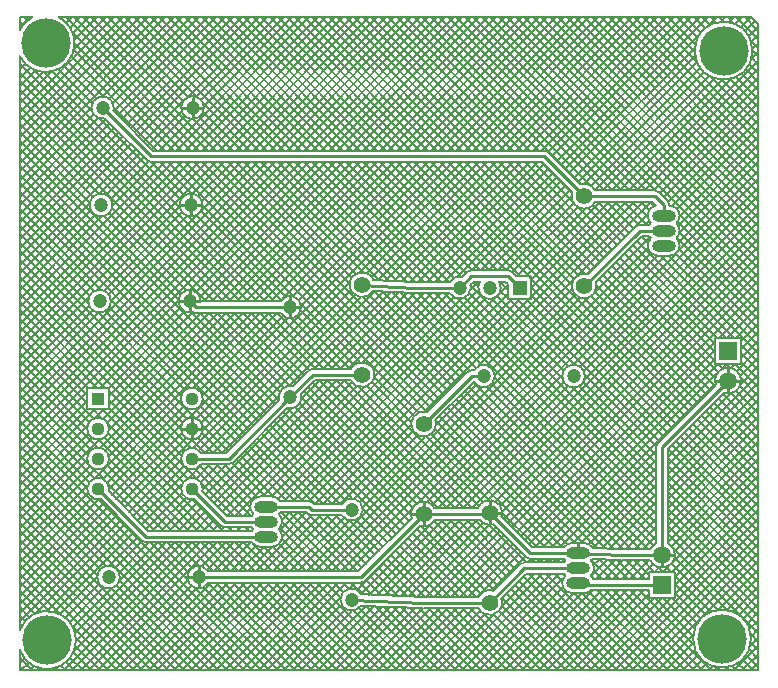
<source format=gbl>
G04*
G04 #@! TF.GenerationSoftware,Altium Limited,Altium Designer,23.1.1 (15)*
G04*
G04 Layer_Physical_Order=2*
G04 Layer_Color=16711680*
%FSLAX25Y25*%
%MOIN*%
G70*
G04*
G04 #@! TF.SameCoordinates,AEBC9281-2821-4F30-AFEC-906A69E31226*
G04*
G04*
G04 #@! TF.FilePolarity,Positive*
G04*
G01*
G75*
%ADD13C,0.00800*%
%ADD14C,0.01000*%
%ADD25R,0.05906X0.05906*%
%ADD26C,0.05906*%
%ADD27C,0.16500*%
%ADD28C,0.04724*%
%ADD29R,0.04724X0.04724*%
%ADD30C,0.05512*%
%ADD31O,0.07874X0.03937*%
%ADD32O,0.07874X0.03937*%
%ADD33R,0.04449X0.04449*%
%ADD34C,0.04449*%
D13*
X246150Y208500D02*
G03*
X246150Y208500I-9650J0D01*
G01*
X221837Y143500D02*
G03*
X220726Y146000I-3368J0D01*
G01*
Y151000D02*
G03*
X221837Y153500I-2258J2500D01*
G01*
X221837Y148500D02*
G03*
X220726Y151000I-3368J0D01*
G01*
Y146000D02*
G03*
X221837Y148500I-2258J2500D01*
G01*
X242353Y98500D02*
G03*
X233887Y97074I-4353J0D01*
G01*
X236574Y94387D02*
G03*
X242353Y98500I1426J4113D01*
G01*
X218468Y140131D02*
G03*
X221837Y143500I0J3368D01*
G01*
X218400Y157000D02*
G03*
X217841Y158346I-1900J0D01*
G01*
X218400Y157000D02*
G03*
X217844Y158344I-1900J0D01*
G01*
X214846Y161341D02*
G03*
X213500Y161900I-1346J-1341D01*
G01*
X214844Y161344D02*
G03*
X213500Y161900I-1343J-1343D01*
G01*
X221837Y153500D02*
G03*
X218468Y156869I-3368J0D01*
G01*
X213988Y156825D02*
G03*
X212274Y151000I543J-3325D01*
G01*
Y146000D02*
G03*
X214531Y140131I2258J-2500D01*
G01*
X214659Y77846D02*
G03*
X214100Y76500I1341J-1346D01*
G01*
X214656Y77843D02*
G03*
X214100Y76500I1343J-1343D01*
G01*
X178046Y174641D02*
G03*
X176700Y175200I-1346J-1341D01*
G01*
X178043Y174644D02*
G03*
X176700Y175200I-1343J-1343D01*
G01*
X193696Y161900D02*
G03*
X188730Y163957I-3696J-1900D01*
G01*
X186043Y161270D02*
G03*
X193696Y158100I3957J-1270D01*
G01*
X212274Y151000D02*
G03*
X211750Y150400I2258J-2500D01*
G01*
X208500D02*
G03*
X207156Y149844I0J-1900D01*
G01*
X211750Y146600D02*
G03*
X212274Y146000I2781J1900D01*
G01*
X208500Y150400D02*
G03*
X207154Y149841I0J-1900D01*
G01*
X165944Y134743D02*
G03*
X164600Y135300I-1343J-1343D01*
G01*
X165946Y134741D02*
G03*
X164600Y135300I-1346J-1341D01*
G01*
X194156Y130000D02*
G03*
X193957Y131270I-4156J0D01*
G01*
X191270Y133957D02*
G03*
X194156Y130000I-1270J-3957D01*
G01*
X190262Y100000D02*
G03*
X190262Y100000I-3762J0D01*
G01*
X162262Y129500D02*
G03*
X161687Y131500I-3762J0D01*
G01*
X152400Y135300D02*
G03*
X151054Y134741I0J-1900D01*
G01*
X155313Y131500D02*
G03*
X162262Y129500I3187J-2000D01*
G01*
X152400Y135300D02*
G03*
X151057Y134743I0J-1900D01*
G01*
X152262Y129500D02*
G03*
X152140Y130453I-3762J0D01*
G01*
X149453Y133140D02*
G03*
X145253Y131400I-953J-3640D01*
G01*
Y127600D02*
G03*
X152262Y129500I3247J1900D01*
G01*
X160262Y100000D02*
G03*
X153253Y101900I-3762J0D01*
G01*
X152500D02*
G03*
X151156Y101344I0J-1900D01*
G01*
X152500Y101900D02*
G03*
X151154Y101341I0J-1900D01*
G01*
X153266Y98079D02*
G03*
X160262Y100000I3235J1922D01*
G01*
X140656Y84000D02*
G03*
X140457Y85270I-4156J0D01*
G01*
X137770Y87957D02*
G03*
X140656Y84000I-1270J-3957D01*
G01*
X220353Y40500D02*
G03*
X217900Y44416I-4353J0D01*
G01*
X214100D02*
G03*
X212084Y42400I1900J-3916D01*
G01*
X245650Y12500D02*
G03*
X245650Y12500I-9650J0D01*
G01*
X212084Y38600D02*
G03*
X220353Y40500I3916J1900D01*
G01*
X192857Y42734D02*
G03*
X189969Y44368I-2888J-1734D01*
G01*
X186031D02*
G03*
X183250Y42900I0J-3368D01*
G01*
X162457Y53230D02*
G03*
X162656Y54500I-3957J1270D01*
G01*
D02*
G03*
X154587Y55900I-4156J0D01*
G01*
X155107Y52100D02*
G03*
X159770Y50543I3393J2400D01*
G01*
X170657Y39656D02*
G03*
X172000Y39100I1343J1343D01*
G01*
X170654Y39659D02*
G03*
X172000Y39100I1346J1341D01*
G01*
X135230Y50043D02*
G03*
X140196Y52100I1270J3957D01*
G01*
Y55900D02*
G03*
X132543Y52730I-3696J-1900D01*
G01*
X193337Y36000D02*
G03*
X192226Y38500I-3368J0D01*
G01*
D02*
G03*
X192633Y38939I-2258J2500D01*
G01*
X193032Y32400D02*
G03*
X192226Y33500I-3064J-1400D01*
G01*
D02*
G03*
X193337Y36000I-2258J2500D01*
G01*
X183774Y33500D02*
G03*
X186031Y27632I2258J-2500D01*
G01*
X183250Y39100D02*
G03*
X183774Y38500I2781J1900D01*
G01*
D02*
G03*
X183250Y37900I2258J-2500D01*
G01*
X170000D02*
G03*
X168657Y37343I0J-1900D01*
G01*
X170000Y37900D02*
G03*
X168654Y37341I0J-1900D01*
G01*
X183250Y34100D02*
G03*
X183774Y33500I2781J1900D01*
G01*
X189969Y27632D02*
G03*
X192332Y28600I0J3368D01*
G01*
X159770Y28457D02*
G03*
X154804Y26400I-1270J-3957D01*
G01*
X162656Y24500D02*
G03*
X162457Y25770I-4156J0D01*
G01*
X154804Y22600D02*
G03*
X162656Y24500I3696J1900D01*
G01*
X115500Y31100D02*
G03*
X116846Y31659I0J1900D01*
G01*
X115500Y31100D02*
G03*
X116843Y31657I0J1900D01*
G01*
X119800Y132184D02*
G03*
X119580Y128390I-3800J-1684D01*
G01*
X95762Y123000D02*
G03*
X88753Y124900I-3762J0D01*
G01*
Y121100D02*
G03*
X95762Y123000I3247J1900D01*
G01*
X120156Y100500D02*
G03*
X112304Y102400I-4156J0D01*
G01*
Y98600D02*
G03*
X120156Y100500I3696J1900D01*
G01*
X99500Y102400D02*
G03*
X98156Y101844I0J-1900D01*
G01*
X99500Y102400D02*
G03*
X98154Y101841I0J-1900D01*
G01*
X95762Y93000D02*
G03*
X95640Y93953I-3762J0D01*
G01*
X92953Y96640D02*
G03*
X88360Y92047I-953J-3640D01*
G01*
X91047Y89360D02*
G03*
X95762Y93000I953J3640D01*
G01*
X63262Y189500D02*
G03*
X63262Y189500I-3762J0D01*
G01*
X33140Y188547D02*
G03*
X33262Y189500I-3640J953D01*
G01*
D02*
G03*
X30453Y185860I-3762J0D01*
G01*
X44354Y171959D02*
G03*
X45700Y171400I1346J1341D01*
G01*
X20150Y211000D02*
G03*
X14877Y219600I-9650J0D01*
G01*
X1900Y206623D02*
G03*
X20150Y211000I8600J4377D01*
G01*
X6123Y219600D02*
G03*
X1900Y215377I4377J-8600D01*
G01*
X62762Y157000D02*
G03*
X62762Y157000I-3762J0D01*
G01*
X62262Y125000D02*
G03*
X59513Y121377I-3762J0D01*
G01*
X44357Y171957D02*
G03*
X45700Y171400I1343J1343D01*
G01*
X59513Y121377D02*
G03*
X60500Y121100I987J1623D01*
G01*
X62884Y92500D02*
G03*
X62884Y92500I-3624J0D01*
G01*
Y82500D02*
G03*
X62884Y82500I-3624J0D01*
G01*
X59513Y121377D02*
G03*
X60500Y121100I987J1623D01*
G01*
X32762Y157000D02*
G03*
X32762Y157000I-3762J0D01*
G01*
X32262Y125000D02*
G03*
X32262Y125000I-3762J0D01*
G01*
X31624Y82500D02*
G03*
X31624Y82500I-3624J0D01*
G01*
X116262Y55500D02*
G03*
X109253Y57400I-3762J0D01*
G01*
X99546Y57841D02*
G03*
X98200Y58400I-1346J-1341D01*
G01*
X99543Y57844D02*
G03*
X98200Y58400I-1343J-1343D01*
G01*
X109253Y53600D02*
G03*
X116262Y55500I3247J1900D01*
G01*
X97856Y54157D02*
G03*
X99200Y53600I1343J1343D01*
G01*
X97854Y54159D02*
G03*
X99200Y53600I1346J1341D01*
G01*
X88750Y58400D02*
G03*
X85969Y59869I-2781J-1900D01*
G01*
X89337Y51500D02*
G03*
X88226Y54000I-3368J0D01*
G01*
D02*
G03*
X88750Y54600I-2258J2500D01*
G01*
X82032Y59869D02*
G03*
X79774Y54000I0J-3368D01*
G01*
D02*
G03*
X79250Y53400I2258J-2500D01*
G01*
X89337Y46500D02*
G03*
X88226Y49000I-3368J0D01*
G01*
D02*
G03*
X89337Y51500I-2258J2500D01*
G01*
X85969Y43132D02*
G03*
X89337Y46500I0J3368D01*
G01*
X115823Y27263D02*
G03*
X115665Y23467I-3323J-1763D01*
G01*
X79774Y49000D02*
G03*
X79250Y48400I2258J-2500D01*
G01*
X79250Y49600D02*
G03*
X79774Y49000I2781J1900D01*
G01*
X79250Y44600D02*
G03*
X82032Y43132I2781J1900D01*
G01*
X71500Y70600D02*
G03*
X72846Y71159I0J1900D01*
G01*
X71500Y70600D02*
G03*
X72843Y71157I0J1900D01*
G01*
X62786Y61661D02*
G03*
X62884Y62500I-3526J839D01*
G01*
D02*
G03*
X60099Y58974I-3624J0D01*
G01*
X62346Y74400D02*
G03*
X62346Y70600I-3087J-1900D01*
G01*
X31526Y61661D02*
G03*
X31624Y62500I-3526J839D01*
G01*
D02*
G03*
X28839Y58974I-3624J0D01*
G01*
X31624Y72500D02*
G03*
X31624Y72500I-3624J0D01*
G01*
X68916Y50156D02*
G03*
X70260Y49600I1343J1343D01*
G01*
X68914Y50159D02*
G03*
X70260Y49600I1346J1341D01*
G01*
X42656Y45156D02*
G03*
X44000Y44600I1343J1343D01*
G01*
X42654Y45159D02*
G03*
X44000Y44600I1346J1341D01*
G01*
X64747Y34900D02*
G03*
X64747Y31100I-3247J-1900D01*
G01*
X35262Y33000D02*
G03*
X35262Y33000I-3762J0D01*
G01*
X20650Y12000D02*
G03*
X1900Y15211I-9650J0D01*
G01*
Y8789D02*
G03*
X20650Y12000I9100J3211D01*
G01*
X245713Y219600D02*
X248100Y217213D01*
X242225Y216269D02*
X245556Y219600D01*
X243581D02*
X248100Y215081D01*
X240438Y217310D02*
X242727Y219600D01*
X237924D02*
X240051Y217473D01*
X240752Y219600D02*
X248100Y212252D01*
X246143Y208873D02*
X248100Y210830D01*
X245736Y211295D02*
X248100Y213659D01*
X246150Y208545D02*
X248100Y206595D01*
X244886Y213274D02*
X248100Y216487D01*
X243704Y214920D02*
X247049Y218264D01*
X245473Y212051D02*
X248100Y209424D01*
X229438Y219600D02*
X232001Y217037D01*
X226610Y219600D02*
X230308Y215902D01*
X223782Y219600D02*
X228915Y214466D01*
X220953Y219600D02*
X227825Y212728D01*
X218125Y219600D02*
X227089Y210635D01*
X215296Y219600D02*
X226861Y208035D01*
X235576Y218106D02*
X237071Y219600D01*
X235095D02*
X236545Y218150D01*
X238283Y217984D02*
X239899Y219600D01*
X232267D02*
X234037Y217830D01*
X231219Y216577D02*
X234242Y219600D01*
X219448Y156723D02*
X248100Y185374D01*
X218027Y158130D02*
X248100Y188203D01*
X221125Y155571D02*
X248100Y182546D01*
X215214Y160973D02*
X248100Y193860D01*
X213312Y161900D02*
X248100Y196688D01*
X216628Y159559D02*
X248100Y191031D01*
X221741Y147702D02*
X248100Y174061D01*
X221837Y153454D02*
X248100Y179718D01*
X221603Y144735D02*
X248100Y171232D01*
X221389Y150178D02*
X248100Y176889D01*
X221126Y141429D02*
X248100Y168404D01*
X245830Y206037D02*
X248100Y203767D01*
X245707Y205609D02*
X248100Y208002D01*
X245037Y204001D02*
X248100Y200938D01*
X212468Y219600D02*
X227854Y204214D01*
X243902Y202308D02*
X248100Y198110D01*
X240728Y199825D02*
X248100Y192453D01*
X242466Y200915D02*
X248100Y195282D01*
X238635Y199089D02*
X248100Y189625D01*
X236035Y198861D02*
X248100Y186796D01*
X232214Y199854D02*
X248100Y183968D01*
X206811Y219600D02*
X248100Y178311D01*
X209639Y219600D02*
X248100Y181139D01*
X203983Y219600D02*
X248100Y175483D01*
X201154Y219600D02*
X248100Y172654D01*
X182250Y170437D02*
X231414Y219600D01*
X198326D02*
X248100Y169826D01*
X195497Y219600D02*
X248100Y166997D01*
X193632Y162020D02*
X231726Y200114D01*
X196341Y161900D02*
X233705Y199264D01*
X192669Y219600D02*
X248100Y164169D01*
X190110Y164154D02*
X228731Y202776D01*
X192267Y163483D02*
X230080Y201296D01*
X178007Y174679D02*
X222928Y219600D01*
X175700Y175200D02*
X220100Y219600D01*
X179422Y173265D02*
X225757Y219600D01*
X172872Y175200D02*
X217272Y219600D01*
X170043Y175200D02*
X214443Y219600D01*
X172872Y175200D02*
X217272Y219600D01*
X186493Y166194D02*
X227016Y206717D01*
X185079Y167608D02*
X226894Y209424D01*
X187907Y164780D02*
X227690Y204562D01*
X180836Y171851D02*
X228585Y219600D01*
X183665Y169022D02*
X228424Y213781D01*
X178527Y219600D02*
X248100Y150027D01*
X181355Y219600D02*
X248100Y152855D01*
X175698Y219600D02*
X248100Y147198D01*
X170041Y219600D02*
X248100Y141541D01*
X172870Y219600D02*
X248100Y144370D01*
X167213Y219600D02*
X248100Y138713D01*
X186280Y103756D02*
X248100Y165576D01*
X164385Y219600D02*
X248100Y135885D01*
X188524Y103171D02*
X248100Y162747D01*
X161556Y219600D02*
X248100Y133056D01*
X158728Y219600D02*
X248100Y130228D01*
X207655Y161900D02*
X248100Y202345D01*
X204826Y161900D02*
X248100Y205173D01*
X210483Y161900D02*
X248100Y199517D01*
X187012Y219600D02*
X248100Y158512D01*
X189840Y219600D02*
X248100Y161340D01*
X184184Y219600D02*
X248100Y155684D01*
X201998Y161900D02*
X239391Y199293D01*
X199170Y161900D02*
X236127Y198857D01*
X141874Y171400D02*
X225043Y88230D01*
X139045Y171400D02*
X223629Y86816D01*
X136217Y171400D02*
X222215Y85402D01*
X221805Y148037D02*
X248100Y121742D01*
X221833Y153666D02*
X248100Y127399D01*
X234975Y112853D02*
X248100Y125978D01*
X220873Y146141D02*
X248100Y118914D01*
X221176Y151495D02*
X248100Y124571D01*
X221685Y142500D02*
X248100Y116086D01*
X242353Y106088D02*
X248100Y111835D01*
X242353Y108917D02*
X248100Y114664D01*
X242353Y110519D02*
X248100Y104772D01*
X240632Y112853D02*
X248100Y120321D01*
X237804Y112853D02*
X248100Y123149D01*
X242353Y111745D02*
X248100Y117492D01*
X233647Y112853D02*
X242353D01*
X233647Y104147D02*
Y112853D01*
X242353Y104147D02*
Y112853D01*
X237411Y104147D02*
X238775Y102783D01*
X239001Y102736D02*
X240412Y104147D01*
X233647D02*
X242353D01*
X234582D02*
X236246Y102484D01*
X242283Y99275D02*
X248100Y93458D01*
X242232Y97482D02*
X248100Y103350D01*
X241984Y96746D02*
X248100Y90630D01*
X240764Y95137D02*
X248100Y87801D01*
X240239Y104147D02*
X248100Y96286D01*
X238843Y94230D02*
X248100Y84973D01*
X234802Y92615D02*
X248100Y79316D01*
X236216Y94029D02*
X248100Y82144D01*
X233387Y91200D02*
X248100Y76487D01*
X231973Y89786D02*
X248100Y73659D01*
X230559Y88372D02*
X248100Y70831D01*
X242040Y100119D02*
X248100Y106178D01*
X242353Y107691D02*
X248100Y101943D01*
X242353Y104862D02*
X248100Y99115D01*
X240868Y101775D02*
X248100Y109007D01*
X235498Y102062D02*
X237583Y104147D01*
X206365Y143678D02*
X237191Y112853D01*
X207779Y145092D02*
X240019Y112853D01*
X204951Y142264D02*
X234362Y112853D01*
X203537Y140850D02*
X233647Y110739D01*
X189865Y101683D02*
X248100Y159919D01*
X218397Y140131D02*
X248100Y110429D01*
X220525Y140832D02*
X248100Y113257D01*
X215569Y140131D02*
X248100Y107600D01*
X200708Y138021D02*
X233647Y105082D01*
X202123Y139436D02*
X233647Y107911D01*
X199294Y136607D02*
X234637Y101264D01*
X214846Y161341D02*
X217841Y158346D01*
X212713Y158100D02*
X213988Y156825D01*
X218397Y157102D02*
X218635Y156864D01*
X214531Y140131D02*
X218468D01*
X197880Y135193D02*
X233730Y99343D01*
X196466Y133779D02*
X233529Y96716D01*
X195052Y132364D02*
X232115Y95302D01*
X190166Y99157D02*
X248100Y157090D01*
X194131Y130457D02*
X230700Y93887D01*
X193684Y128076D02*
X229286Y92473D01*
X217900Y73150D02*
X239018Y94268D01*
X217900Y75713D02*
X236574Y94387D01*
X217900Y70322D02*
X248100Y100522D01*
X192355Y126576D02*
X227872Y91059D01*
X214659Y77846D02*
X233887Y97074D01*
X190251Y125852D02*
X226458Y89645D01*
X172262Y129698D02*
X219387Y82574D01*
X172262Y126869D02*
X217972Y81159D01*
X172262Y132526D02*
X220801Y83988D01*
X170565Y125738D02*
X216558Y79745D01*
X167737Y125738D02*
X215144Y78331D01*
X190240Y100406D02*
X214101Y76546D01*
X189736Y98082D02*
X214100Y73718D01*
X188296Y96694D02*
X214100Y70890D01*
X161558Y175200D02*
X205958Y219600D01*
X158729Y175200D02*
X203129Y219600D01*
X164386Y175200D02*
X208786Y219600D01*
X147414D02*
X205114Y161900D01*
X155901Y175200D02*
X200301Y219600D01*
X150242D02*
X207942Y161900D01*
X193696D02*
X213500D01*
X193696Y158100D02*
X212713D01*
X211742D02*
X213234Y156608D01*
X167215Y175200D02*
X211615Y219600D01*
X153071D02*
X210771Y161900D01*
X155899Y219600D02*
X213602Y161897D01*
X178046Y174641D02*
X188730Y163957D01*
X150244Y175200D02*
X194644Y219600D01*
X147416Y175200D02*
X191816Y219600D01*
X153073Y175200D02*
X197473Y219600D01*
X193566Y162134D02*
X193800Y161900D01*
X175913Y171400D02*
X186043Y161270D01*
X175815Y171400D02*
X186020Y161195D01*
X172986Y171400D02*
X186323Y158064D01*
X170158Y171400D02*
X199436Y142123D01*
X167330Y171400D02*
X198021Y140708D01*
X172262Y129336D02*
X201026Y158100D01*
X164501Y171400D02*
X196607Y139294D01*
X161673Y171400D02*
X195193Y137880D01*
X158844Y171400D02*
X193779Y136466D01*
X206086Y158100D02*
X211203Y152983D01*
X203257Y158100D02*
X210957Y150400D01*
X194772Y158100D02*
X205092Y147779D01*
X187705Y133465D02*
X212340Y158100D01*
X172262Y126507D02*
X203855Y158100D01*
X156016Y171400D02*
X192365Y135052D01*
X153188Y171400D02*
X190457Y134131D01*
X150359Y171400D02*
X188076Y133684D01*
X147531Y171400D02*
X186576Y132355D01*
X147847Y133205D02*
X180978Y166335D01*
X144702Y171400D02*
X185852Y130251D01*
X158427Y135300D02*
X185220Y162093D01*
X161256Y135300D02*
X185846Y159890D01*
X152771Y135300D02*
X182392Y164921D01*
X155599Y135300D02*
X183806Y163507D01*
X136102Y175200D02*
X180502Y219600D01*
X133274Y175200D02*
X177674Y219600D01*
X138930Y175200D02*
X183330Y219600D01*
X130443D02*
X174843Y175200D01*
X127617D02*
X172017Y219600D01*
X130445Y175200D02*
X174845Y219600D01*
X144587Y175200D02*
X188987Y219600D01*
X141759Y175200D02*
X186159Y219600D01*
X141757D02*
X199457Y161900D01*
X136100Y219600D02*
X192134Y163566D01*
X133272Y219600D02*
X188872Y164000D01*
X138929Y219600D02*
X196629Y161900D01*
X119130Y219600D02*
X163530Y175200D01*
X116303D02*
X160703Y219600D01*
X119131Y175200D02*
X163531Y219600D01*
X113475Y175200D02*
X157875Y219600D01*
X113473D02*
X157873Y175200D01*
X116301Y219600D02*
X160701Y175200D01*
X124788D02*
X169188Y219600D01*
X124786D02*
X169186Y175200D01*
X127615Y219600D02*
X172015Y175200D01*
X121958Y219600D02*
X166358Y175200D01*
X121960D02*
X166360Y219600D01*
X144586D02*
X202286Y161900D01*
X130560Y171400D02*
X168698Y133262D01*
X133388Y171400D02*
X171526Y133262D01*
X129306Y131634D02*
X169072Y171400D01*
X126632Y131789D02*
X166243Y171400D01*
X129306Y131634D02*
X169072Y171400D01*
X140385Y131400D02*
X178149Y169164D01*
X137557Y131400D02*
X176735Y170578D01*
X143214Y131400D02*
X179563Y167750D01*
X131980Y131480D02*
X171900Y171400D01*
X134728Y131400D02*
X174728Y171400D01*
X119246D02*
X155346Y135300D01*
X117783Y134254D02*
X154929Y171400D01*
X119336Y132978D02*
X157758Y171400D01*
X116418D02*
X152518Y135300D01*
X115297Y134596D02*
X152101Y171400D01*
X113590D02*
X150651Y134338D01*
X127732Y171400D02*
X163832Y135300D01*
X124903Y171400D02*
X161003Y135300D01*
X123958Y131943D02*
X163415Y171400D01*
X122075D02*
X158175Y135300D01*
X121284Y132098D02*
X160586Y171400D01*
X208914Y158100D02*
X211696Y155318D01*
X210297Y150400D02*
X211651Y151754D01*
X200429Y158100D02*
X208159Y150369D01*
X191081Y134013D02*
X211228Y154160D01*
X209287Y146600D02*
X211750D01*
X209194Y146507D02*
X211289Y144412D01*
X208500Y150400D02*
X211750D01*
X191270Y133957D02*
X207154Y149841D01*
X197600Y158100D02*
X206507Y149194D01*
X192960Y157083D02*
X203678Y146365D01*
X188064Y156323D02*
X200850Y143537D01*
X166150Y134537D02*
X187980Y156368D01*
X164084Y135300D02*
X186517Y157733D01*
X170532Y133262D02*
X195370Y158100D01*
X191195Y156020D02*
X202264Y144951D01*
X167425Y133262D02*
X172262D01*
X167703D02*
X190296Y155855D01*
X193966Y131241D02*
X209326Y146600D01*
X193957Y131270D02*
X209287Y146600D01*
X193738Y128184D02*
X211923Y146369D01*
X172262Y132164D02*
X198198Y158100D01*
X164909Y125738D02*
X186906Y103740D01*
X164738Y125738D02*
X172262D01*
X161068Y126750D02*
X184582Y103236D01*
X160246Y100349D02*
X187010Y127113D01*
X171526Y133262D02*
X172262Y132526D01*
X165946Y134741D02*
X167425Y133262D01*
X172262Y125738D02*
Y133262D01*
X161687Y131500D02*
X163813D01*
X162124Y130511D02*
X163113Y131500D01*
X164738Y125738D02*
Y130575D01*
X163813Y131500D02*
X164738Y130575D01*
X171493Y125738D02*
X172262Y126507D01*
X161975Y131500D02*
X164738Y128737D01*
X162131Y128515D02*
X164738Y125909D01*
X157779Y103538D02*
X186535Y132295D01*
X152400Y135300D02*
X164600D01*
X154733Y103322D02*
X209512Y158100D01*
X152140Y130453D02*
X153187Y131500D01*
X152243Y129115D02*
X154627Y131500D01*
X153489D02*
X154801Y130188D01*
X159429Y102361D02*
X185987Y128919D01*
X131853Y127681D02*
X155831Y103702D01*
X153187Y131500D02*
X155313D01*
X128851Y127854D02*
X153944Y102761D01*
X149453Y133140D02*
X151054Y134741D01*
X133355Y131400D02*
X145253D01*
X119800Y132184D02*
X133355Y131400D01*
X133300Y127600D02*
X145253D01*
X119580Y128390D02*
X133186Y127603D01*
X116446Y104632D02*
X139414Y127600D01*
X118478Y103836D02*
X142242Y127600D01*
X159188Y125801D02*
X183194Y101796D01*
X152238Y129923D02*
X182791Y99370D01*
X125849Y128027D02*
X152035Y101842D01*
X136733Y88149D02*
X206683Y158100D01*
X152500Y101900D02*
X153253D01*
X140457Y85270D02*
X153266Y98079D01*
X140633Y83564D02*
X154139Y97071D01*
X122847Y128201D02*
X150431Y100618D01*
X120096Y99797D02*
X146570Y126271D01*
X119846Y128375D02*
X149017Y99204D01*
X118332Y127060D02*
X147602Y97789D01*
X119754Y102283D02*
X145071Y127600D01*
X116214Y126350D02*
X146188Y96375D01*
X137770Y87957D02*
X151154Y101341D01*
X120102Y99834D02*
X133293Y86643D01*
X119227Y97881D02*
X132404Y84703D01*
X222074Y79887D02*
X248100Y53860D01*
X223488Y81301D02*
X248100Y56688D01*
X220659Y78472D02*
X248100Y51032D01*
X217900Y53351D02*
X248100Y83551D01*
X217900Y56179D02*
X248100Y86379D01*
X217900Y50523D02*
X248100Y80723D01*
X219254Y43391D02*
X248100Y72237D01*
X219245Y77058D02*
X248100Y48203D01*
X217900Y72746D02*
X248100Y42546D01*
X217900Y75575D02*
X248100Y45375D01*
X217900Y47694D02*
X248100Y77894D01*
X217900Y44866D02*
X248100Y75066D01*
X227730Y85543D02*
X248100Y65174D01*
X229145Y86958D02*
X248100Y68002D01*
X217900Y59008D02*
X248100Y89208D01*
X217900Y64665D02*
X248100Y94865D01*
X217900Y67493D02*
X248100Y97693D01*
X217900Y61836D02*
X248100Y92036D01*
X224902Y82715D02*
X248100Y59517D01*
X226316Y84129D02*
X248100Y62345D01*
X217900Y44416D02*
Y75713D01*
X214100Y44416D02*
Y76500D01*
X206949Y42400D02*
X214100Y49551D01*
X220353Y27520D02*
X248100Y55267D01*
X220353Y30348D02*
X248100Y58095D01*
Y1900D02*
Y217213D01*
X217900Y58604D02*
X248100Y28404D01*
X217900Y61433D02*
X248100Y31233D01*
X217900Y55776D02*
X248100Y25576D01*
X217900Y47291D02*
X248100Y17090D01*
X217900Y50119D02*
X248100Y19919D01*
X219870Y42492D02*
X248100Y14262D01*
X217900Y52947D02*
X248100Y22747D01*
X206047Y1900D02*
X248100Y43953D01*
X219654Y38134D02*
X248100Y66580D01*
X220228Y41537D02*
X248100Y69409D01*
X219201Y34853D02*
X248100Y63752D01*
X217900Y67089D02*
X248100Y36889D01*
X217900Y69918D02*
X248100Y39718D01*
X217900Y64261D02*
X248100Y34061D01*
X220353Y33176D02*
X248100Y60924D01*
X204120Y42400D02*
X214100Y52380D01*
X209777Y42400D02*
X214100Y46723D01*
X161958Y56806D02*
X248100Y142948D01*
X160478Y58155D02*
X248100Y145776D01*
X162652Y54672D02*
X248100Y140120D01*
X149738Y55900D02*
X248100Y154262D01*
X158135Y58640D02*
X248100Y148605D01*
X152567Y55900D02*
X248100Y151433D01*
X167490Y48197D02*
X248100Y128806D01*
X168905Y46782D02*
X233647Y111525D01*
X170319Y45368D02*
X233647Y108696D01*
X164662Y51025D02*
X248100Y134463D01*
X163248Y52439D02*
X248100Y137291D01*
X166076Y49611D02*
X248100Y131634D01*
X137681Y57985D02*
X220539Y140843D01*
X143247Y127600D02*
X214100Y56747D01*
X140419Y127600D02*
X214100Y53919D01*
X134523Y57656D02*
X216999Y140131D01*
X137591Y127600D02*
X214100Y51091D01*
X134762Y127600D02*
X214100Y48262D01*
X151742Y127591D02*
X214100Y65233D01*
X185870Y96291D02*
X214100Y68061D01*
X160202Y99331D02*
X214100Y45434D01*
X150305Y126199D02*
X214100Y62404D01*
X147888Y125788D02*
X214100Y59576D01*
X179165Y42900D02*
X233764Y97499D01*
X193131Y42724D02*
X214100Y63693D01*
X195865Y42630D02*
X214100Y60865D01*
X173508Y42900D02*
X234755Y104147D01*
X171733Y43954D02*
X233647Y105868D01*
X176336Y42900D02*
X234438Y101002D01*
X200390Y1900D02*
X248100Y49610D01*
X201333Y42441D02*
X214100Y55208D01*
X203219Y1900D02*
X248100Y46782D01*
X198599Y42536D02*
X214100Y58036D01*
X197562Y1900D02*
X248100Y52438D01*
X181993Y42900D02*
X214100Y75007D01*
X159261Y97444D02*
X213026Y43679D01*
X157503Y96374D02*
X211477Y42400D01*
X151704Y96517D02*
X205820Y42400D01*
X150289Y95102D02*
X202992Y42400D01*
X153118Y97931D02*
X208648Y42400D01*
X191552Y43973D02*
X214100Y66522D01*
X192857Y42734D02*
X202533Y42400D01*
X212084D01*
X186290Y44368D02*
X214100Y72179D01*
X189118Y44368D02*
X214100Y69350D01*
X237494Y22034D02*
X248100Y32639D01*
X234693Y22061D02*
X248100Y35468D01*
X239701Y21412D02*
X248100Y29811D01*
X220195Y39339D02*
X237501Y22032D01*
X219179Y37526D02*
X234650Y22055D01*
X220353Y33524D02*
X232417Y21460D01*
X245625Y13194D02*
X248100Y15669D01*
X245155Y15552D02*
X248100Y18497D01*
X245532Y14001D02*
X248100Y11434D01*
X243043Y19097D02*
X248100Y24154D01*
X241528Y20410D02*
X248100Y26983D01*
X244262Y17487D02*
X248100Y21326D01*
X217473Y36404D02*
X219024Y34853D01*
X216372D02*
X218366Y36846D01*
X220353Y26147D02*
Y34853D01*
X214704Y36345D02*
X216196Y34853D01*
X220353Y30696D02*
X230571Y20478D01*
X220353Y27867D02*
X229038Y19182D01*
X219245Y26147D02*
X227802Y17590D01*
X216416Y26147D02*
X226887Y15676D01*
X213588Y26147D02*
X226387Y13348D01*
X245555Y11150D02*
X248100Y8605D01*
X245342Y10083D02*
X248100Y12840D01*
X244960Y8917D02*
X248100Y5777D01*
X239988Y1900D02*
X248100Y10012D01*
X242817Y1900D02*
X248100Y7183D01*
X243978Y7071D02*
X248100Y2948D01*
X242682Y5538D02*
X246320Y1900D01*
X245645D02*
X248100Y4355D01*
X239176Y3387D02*
X240663Y1900D01*
X241090Y4302D02*
X243492Y1900D01*
X225846D02*
X229403Y5457D01*
X223018Y1900D02*
X228090Y6972D01*
X228674Y1900D02*
X231013Y4239D01*
X217361Y1900D02*
X226466Y11006D01*
X214532Y1900D02*
X226439Y13807D01*
X220189Y1900D02*
X227088Y8799D01*
X236848Y2887D02*
X237835Y1900D01*
X234331D02*
X235306Y2875D01*
X237160Y1900D02*
X238417Y3158D01*
X231503Y1900D02*
X232948Y3345D01*
X233803Y3103D02*
X235006Y1900D01*
X213544Y34853D02*
X214964Y36272D01*
X211647Y32400D02*
Y34853D01*
X209620Y38600D02*
X213367Y34853D01*
X202500Y38600D02*
X212084D01*
X208263Y32400D02*
X213109Y37246D01*
X211647Y34853D02*
X220353D01*
X211647Y26147D02*
Y28600D01*
Y26147D02*
X220353D01*
X192332Y28600D02*
X211647D01*
X211091Y32400D02*
X211647Y32956D01*
X211135Y28600D02*
X211647Y28088D01*
X199777Y32400D02*
X205977Y38600D01*
X198158Y38749D02*
X204506Y32400D01*
X201087Y38648D02*
X207335Y32400D01*
X192633Y38939D02*
X202432Y38601D01*
X195228Y38850D02*
X201678Y32400D01*
X196949D02*
X203149Y38600D01*
X206792D02*
X211647Y33744D01*
X203963Y38600D02*
X210163Y32400D01*
X205434D02*
X211634Y38600D01*
X193032Y32400D02*
X211647D01*
X202606D02*
X208806Y38600D01*
X208875Y1900D02*
X248100Y41125D01*
X208306Y28600D02*
X226603Y10303D01*
X211704Y1900D02*
X248100Y38296D01*
X196993Y28600D02*
X223693Y1900D01*
X194164Y28600D02*
X220864Y1900D01*
X199821Y28600D02*
X226521Y1900D01*
X202650Y28600D02*
X229350Y1900D01*
X194733D02*
X218981Y26147D01*
X205478Y28600D02*
X232178Y1900D01*
X191777Y28158D02*
X218036Y1900D01*
X191905D02*
X216152Y26147D01*
X177351Y34100D02*
X209551Y1900D01*
X177763D02*
X204463Y28600D01*
X180591Y1900D02*
X207291Y28600D01*
X174522Y34100D02*
X206722Y1900D01*
X171694Y34100D02*
X203894Y1900D01*
X174934D02*
X201634Y28600D01*
X189076Y1900D02*
X213324Y26147D01*
X186647Y27632D02*
X212379Y1900D01*
X189476Y27632D02*
X215207Y1900D01*
X183420D02*
X210120Y28600D01*
X186248Y1900D02*
X211647Y27299D01*
X147461Y92274D02*
X197149Y42586D01*
X146910Y55900D02*
X187343Y96333D01*
X148875Y93688D02*
X200079Y42485D01*
X144632Y89446D02*
X189709Y44368D01*
X144081Y55900D02*
X184817Y96635D01*
X146047Y90860D02*
X194220Y42687D01*
X186031Y44368D02*
X189969D01*
X143218Y88031D02*
X186881Y44368D01*
X141804Y86617D02*
X184448Y43973D01*
X162656Y54452D02*
X174207Y42900D01*
X172787D02*
X183250D01*
X162457Y53230D02*
X172787Y42900D01*
X172000Y39100D02*
X183250D01*
X159770Y50543D02*
X170654Y39659D01*
X172351Y39100D02*
X173551Y37900D01*
X171336D02*
X172536Y39100D01*
X174165Y37900D02*
X175365Y39100D01*
X158272Y50350D02*
X170722Y37900D01*
X179822D02*
X181021Y39100D01*
X178007D02*
X179207Y37900D01*
X180836Y39100D02*
X182036Y37900D01*
X175179Y39100D02*
X176379Y37900D01*
X176993D02*
X178193Y39100D01*
X153694Y52100D02*
X168553Y37240D01*
X150865Y52100D02*
X167139Y35826D01*
X148037Y52100D02*
X165725Y34412D01*
X145208Y52100D02*
X164311Y32998D01*
X142380Y52100D02*
X162897Y31583D01*
X142866Y26400D02*
X163389Y46924D01*
X159204Y28596D02*
X170460Y39853D01*
X151351Y26400D02*
X167632Y42681D01*
X154179Y26400D02*
X169046Y41267D01*
X145694Y26400D02*
X164804Y45509D01*
X148522Y26400D02*
X166218Y44095D01*
X141253Y55900D02*
X183329Y97976D01*
X139451Y56926D02*
X182744Y100220D01*
X140513Y85079D02*
X182693Y42900D01*
X117610Y96669D02*
X156271Y58008D01*
X114979Y96471D02*
X154891Y56560D01*
X116180Y56283D02*
X156151Y96254D01*
X140196Y52100D02*
X155107D01*
X140196Y55900D02*
X154587D01*
X140344Y82420D02*
X179864Y42900D01*
X137203Y79904D02*
X158452Y58656D01*
X139143Y80793D02*
X177036Y42900D01*
X115194Y58126D02*
X136936Y79867D01*
X113394Y59154D02*
X134563Y80323D01*
X116261Y55591D02*
X125833Y46020D01*
X115623Y53401D02*
X124419Y44606D01*
X114713Y34900D02*
X132543Y52730D01*
X114101Y52095D02*
X123004Y43191D01*
X114596Y34900D02*
X132515Y52819D01*
X139957Y51694D02*
X161482Y30169D01*
X138478Y50345D02*
X160068Y28755D01*
X134467Y26486D02*
X158328Y50348D01*
X129036Y26713D02*
X154423Y52100D01*
X126321Y26826D02*
X151595Y52100D01*
X131751Y26599D02*
X156194Y51042D01*
X137209Y26400D02*
X160561Y49752D01*
X136135Y49860D02*
X157469Y28526D01*
X140037Y26400D02*
X161975Y48338D01*
X134177Y48990D02*
X155646Y27521D01*
X132762Y47575D02*
X153938Y26400D01*
X120890Y27052D02*
X145938Y52100D01*
X118175Y27165D02*
X143110Y52100D01*
X123606Y26939D02*
X148767Y52100D01*
X114206Y28853D02*
X135357Y50004D01*
X116846Y31659D02*
X135230Y50043D01*
X115684Y27503D02*
X138588Y50407D01*
X129934Y44747D02*
X148281Y26400D01*
X128520Y43333D02*
X145453Y26400D01*
X131348Y46161D02*
X151109Y26400D01*
X125691Y40504D02*
X139796Y26400D01*
X127106Y41919D02*
X142624Y26400D01*
X192487Y38763D02*
X198850Y32400D01*
X193155Y37092D02*
X194924Y38860D01*
X194121Y32400D02*
X200392Y38672D01*
X192312Y33420D02*
X197658Y38766D01*
X192853Y32740D02*
X193193Y32400D01*
X193237Y35184D02*
X196021Y32400D01*
X186031Y27632D02*
X189969D01*
X182650Y37900D02*
X183513Y38763D01*
X170000Y37900D02*
X183250D01*
X183007Y34100D02*
X183688Y33420D01*
X180179Y34100D02*
X182711Y31568D01*
X170787Y34100D02*
X183250D01*
X159770Y28457D02*
X168654Y37341D01*
X168412Y31725D02*
X198237Y1900D01*
X169826Y33139D02*
X201065Y1900D01*
X166449D02*
X193149Y28600D01*
X165584Y28896D02*
X192580Y1900D01*
X166998Y30311D02*
X195408Y1900D01*
X169277D02*
X195977Y28600D01*
X164169Y27482D02*
X189752Y1900D01*
X172106D02*
X198806Y28600D01*
X162755Y26068D02*
X186923Y1900D01*
X163620D02*
X189352Y27632D01*
X162513Y23420D02*
X173193Y34100D01*
X162457Y25770D02*
X170787Y34100D01*
X160792Y1900D02*
X186524Y27632D01*
X155135Y1900D02*
X182927Y29692D01*
X157964Y1900D02*
X184222Y28159D01*
X161521Y21646D02*
X181266Y1900D01*
X162526Y23469D02*
X184095Y1900D01*
X156803Y20706D02*
X175609Y1900D01*
X159789Y20549D02*
X178438Y1900D01*
X136539Y26400D02*
X154804D01*
X124277Y39090D02*
X136967Y26400D01*
X117343Y23396D02*
X138840Y1900D01*
X115823Y27263D02*
X136539Y26400D01*
X120295Y23274D02*
X141668Y1900D01*
X136500Y22600D02*
X154804D01*
X124022Y1900D02*
X144722Y22600D01*
X126198Y23028D02*
X147325Y1900D01*
X121194D02*
X141894Y22600D01*
X118366Y1900D02*
X139066Y22600D01*
X123246Y23151D02*
X144497Y1900D01*
X121449Y36262D02*
X131083Y26627D01*
X120035Y34848D02*
X128132Y26750D01*
X122863Y37676D02*
X134035Y26504D01*
X117206Y32019D02*
X122229Y26996D01*
X118620Y33433D02*
X125180Y26873D01*
X115665Y23467D02*
X136418Y22602D01*
X115537Y1900D02*
X136246Y22609D01*
X112468Y31100D02*
X116326Y27242D01*
X115297Y31100D02*
X119277Y27119D01*
X149478Y1900D02*
X181678Y34100D01*
X146650Y1900D02*
X178850Y34100D01*
X152307Y1900D02*
X183148Y32741D01*
X140767Y22600D02*
X161467Y1900D01*
X137939Y22600D02*
X158639Y1900D01*
X143822D02*
X176022Y34100D01*
X149253Y22600D02*
X169953Y1900D01*
X146424Y22600D02*
X167124Y1900D01*
X152081Y22600D02*
X172781Y1900D01*
X140993D02*
X159580Y20487D01*
X143596Y22600D02*
X164296Y1900D01*
X132100Y22782D02*
X152982Y1900D01*
X129149Y22905D02*
X150154Y1900D01*
X135052Y22659D02*
X155810Y1900D01*
X115116Y22796D02*
X136011Y1900D01*
X112709D02*
X133531Y22722D01*
X126851Y1900D02*
X147551Y22600D01*
X135336Y1900D02*
X155293Y21857D01*
X132508Y1900D02*
X153208Y22600D01*
X138165Y1900D02*
X156921Y20656D01*
X113266Y21817D02*
X133183Y1900D01*
X129679D02*
X150379Y22600D01*
X82360Y219600D02*
X126760Y175200D01*
X79533D02*
X123933Y219600D01*
X82362Y175200D02*
X126762Y219600D01*
X76705Y175200D02*
X121105Y219600D01*
X76703D02*
X121103Y175200D01*
X79532Y219600D02*
X123932Y175200D01*
X110644Y219600D02*
X155044Y175200D01*
X107818D02*
X152218Y219600D01*
X110646Y175200D02*
X155046Y219600D01*
X85190Y175200D02*
X129590Y219600D01*
X85189D02*
X129588Y175200D01*
X88017Y219600D02*
X132417Y175200D01*
X68220D02*
X112620Y219600D01*
X68218D02*
X112618Y175200D01*
X71046Y219600D02*
X115446Y175200D01*
X65390Y219600D02*
X109790Y175200D01*
X63228Y190007D02*
X92821Y219600D01*
X65391Y175200D02*
X109791Y219600D01*
X73875D02*
X118275Y175200D01*
X71048D02*
X115448Y219600D01*
X73877Y175200D02*
X118277Y219600D01*
X62979Y188069D02*
X75848Y175200D01*
X63002Y190875D02*
X78677Y175200D01*
X104988Y219600D02*
X149388Y175200D01*
X102161D02*
X146561Y219600D01*
X104989Y175200D02*
X149389Y219600D01*
X99332Y175200D02*
X143732Y219600D01*
X99331D02*
X143731Y175200D01*
X102159Y219600D02*
X146559Y175200D01*
X107816Y219600D02*
X152216Y175200D01*
X110761Y171400D02*
X148923Y133238D01*
X107933Y171400D02*
X146591Y132742D01*
X105104Y171400D02*
X145104Y131400D01*
X68335Y171400D02*
X144774Y94961D01*
X93676Y175200D02*
X138075Y219600D01*
X93674D02*
X138074Y175200D01*
X96502Y219600D02*
X140902Y175200D01*
X90845Y219600D02*
X135245Y175200D01*
X88019D02*
X132419Y219600D01*
X90847Y175200D02*
X135247Y219600D01*
X102276Y171400D02*
X142276Y131400D01*
X96504Y175200D02*
X140904Y219600D01*
X95727Y123512D02*
X143616Y171400D01*
X63174Y124900D02*
X109675Y171400D01*
X65506D02*
X143360Y93547D01*
X56904Y219600D02*
X101304Y175200D01*
X54078D02*
X98478Y219600D01*
X56906Y175200D02*
X101306Y219600D01*
X51249Y175200D02*
X95649Y219600D01*
X51247D02*
X95647Y175200D01*
X54076Y219600D02*
X98476Y175200D01*
X62561Y219600D02*
X106961Y175200D01*
X59734D02*
X104134Y219600D01*
X62563Y175200D02*
X106963Y219600D01*
X14877D02*
X245713D01*
X46487Y175200D02*
X176700D01*
X59733Y219600D02*
X104133Y175200D01*
X57252Y192517D02*
X84335Y219600D01*
X40383Y181304D02*
X78679Y219600D01*
X41797Y179890D02*
X81507Y219600D01*
X37105D02*
X81505Y175200D01*
X38969Y182719D02*
X75850Y219600D01*
X39934D02*
X84334Y175200D01*
X62349Y191957D02*
X89992Y219600D01*
X60647Y193083D02*
X87164Y219600D01*
X48419D02*
X92819Y175200D01*
X42762Y219600D02*
X87162Y175200D01*
X45590Y219600D02*
X89991Y175200D01*
X60682Y128065D02*
X104018Y171400D01*
X58551Y128762D02*
X101189Y171400D01*
X1900Y74939D02*
X98361Y171400D01*
X1900Y80596D02*
X92704Y171400D01*
X1900Y83425D02*
X89876Y171400D01*
X1900Y77768D02*
X95532Y171400D01*
X62678D02*
X141946Y92133D01*
X61949Y126503D02*
X106846Y171400D01*
X62318Y84445D02*
X149273Y171400D01*
X45700D02*
X175913D01*
X60817Y85773D02*
X146444Y171400D01*
X1900Y175609D02*
X86911Y90598D01*
X6320Y202302D02*
X83722Y124900D01*
X1900Y172781D02*
X85497Y89184D01*
X1900Y203894D02*
X80894Y124900D01*
X1900Y201065D02*
X78065Y124900D01*
X1900Y198237D02*
X75237Y124900D01*
X62226Y155064D02*
X78562Y171400D01*
X62558Y158224D02*
X75733Y171400D01*
X1900Y86253D02*
X87047Y171400D01*
X1900Y91910D02*
X81390Y171400D01*
X1900Y89081D02*
X84219Y171400D01*
X90962D02*
X130815Y131547D01*
X88134Y171400D02*
X127813Y131720D01*
X85802Y124900D02*
X132302Y171400D01*
X85305D02*
X124811Y131894D01*
X82477Y171400D02*
X121809Y132067D01*
X82974Y124900D02*
X129474Y171400D01*
X99447D02*
X139447Y131400D01*
X96619Y171400D02*
X136619Y131400D01*
X94847Y125460D02*
X140787Y171400D01*
X93143Y126584D02*
X137959Y171400D01*
X93791D02*
X133791Y131400D01*
X89733Y126002D02*
X135130Y171400D01*
X95461Y124475D02*
X115334Y104602D01*
X88630Y124900D02*
X88998Y125267D01*
X95496Y121611D02*
X113381Y103727D01*
X84694Y121100D02*
X103394Y102400D01*
X87522Y121100D02*
X106222Y102400D01*
X105728D02*
X131055Y127727D01*
X102900Y102400D02*
X128381Y127881D01*
X108557Y102400D02*
X133757Y127600D01*
X100072Y102400D02*
X125707Y128036D01*
X100072Y102400D02*
X125707Y128036D01*
X91582Y96739D02*
X123033Y128190D01*
X111385Y102400D02*
X136585Y127600D01*
X99500Y102400D02*
X112304D01*
X100287Y98600D02*
X112304D01*
X94275Y120004D02*
X111879Y102400D01*
X92207Y119244D02*
X109051Y102400D01*
X81865Y121100D02*
X100565Y102400D01*
X92953Y96640D02*
X98154Y101841D01*
X95640Y93953D02*
X100287Y98600D01*
X95711Y92383D02*
X101928Y98600D01*
X79648Y171400D02*
X116413Y134635D01*
X76820Y171400D02*
X114050Y134170D01*
X73992Y171400D02*
X112560Y132832D01*
X66003Y124900D02*
X112503Y171400D01*
X71163D02*
X111850Y130714D01*
X68831Y124900D02*
X115331Y171400D01*
X80145Y124900D02*
X126645Y171400D01*
X77317Y124900D02*
X123817Y171400D01*
X79037Y121100D02*
X98227Y101910D01*
X74488Y124900D02*
X120988Y171400D01*
X71660Y124900D02*
X118160Y171400D01*
X76208Y121100D02*
X96811Y100498D01*
X62758Y157178D02*
X93475Y126461D01*
X62156Y154952D02*
X90611Y126496D01*
X62261Y124900D02*
X88753D01*
X60657Y153622D02*
X89004Y125275D01*
X58105Y153346D02*
X86551Y124900D01*
X59812Y96082D02*
X84830Y121100D01*
X73380D02*
X95397Y99084D01*
X70552Y121100D02*
X93982Y97669D01*
X67723Y121100D02*
X92061Y96762D01*
X60500Y121100D02*
X88753D01*
X64895D02*
X89884Y96111D01*
X59850Y171400D02*
X140531Y90718D01*
X62869Y82168D02*
X111904Y131203D01*
X59634Y76105D02*
X112246Y128717D01*
X57021Y171400D02*
X139117Y89304D01*
X54193Y171400D02*
X137580Y88013D01*
X51364Y171400D02*
X134920Y87844D01*
X62774Y93387D02*
X89540Y120153D01*
X62066Y121100D02*
X88586Y94580D01*
X61614Y75256D02*
X113522Y127164D01*
X59058Y121280D02*
X88325Y92012D01*
X58174Y85958D02*
X91488Y119273D01*
X1900Y161467D02*
X79840Y83527D01*
X1900Y158639D02*
X78426Y82113D01*
X32232Y125479D02*
X77012Y80699D01*
X1900Y169953D02*
X84083Y87770D01*
X1900Y167124D02*
X82669Y86356D01*
X1900Y164296D02*
X81254Y84941D01*
X61720Y95161D02*
X87659Y121100D01*
X62853Y92029D02*
X75598Y79285D01*
X61965Y90088D02*
X74183Y77870D01*
X28506Y76089D02*
X73517Y121100D01*
X30432Y75187D02*
X76345Y121100D01*
X32997Y190889D02*
X61708Y219600D01*
X34277D02*
X60875Y193002D01*
X33312Y188375D02*
X64536Y219600D01*
X31776Y192496D02*
X58880Y219600D01*
X31448D02*
X58069Y192979D01*
X28620Y219600D02*
X56479Y191742D01*
X34726Y186961D02*
X67365Y219600D01*
X19925Y208930D02*
X30595Y219600D01*
X20104Y211938D02*
X27767Y219600D01*
X25792D02*
X55741Y189651D01*
X18661Y216151D02*
X22110Y219600D01*
X17414Y217732D02*
X19282Y219600D01*
X19587Y214248D02*
X24938Y219600D01*
X29708Y193256D02*
X56051Y219600D01*
X17926Y204838D02*
X29502Y193262D01*
X16497Y203439D02*
X27349Y192587D01*
X37554Y184133D02*
X73022Y219600D01*
X36140Y185547D02*
X70193Y219600D01*
X22963D02*
X67363Y175200D01*
X17307Y219600D02*
X61706Y175200D01*
X19437Y214641D02*
X58878Y175200D01*
X20135Y219600D02*
X64535Y175200D01*
X59651Y185741D02*
X70192Y175200D01*
X48421D02*
X58993Y185772D01*
X61742Y186478D02*
X73020Y175200D01*
X43211Y178476D02*
X56483Y191748D01*
X46040Y175647D02*
X57043Y186651D01*
X44625Y177062D02*
X55917Y188353D01*
X33140Y188547D02*
X46487Y175200D01*
X33262Y189502D02*
X47564Y175200D01*
X19841Y208580D02*
X53221Y175200D01*
X19056Y206537D02*
X50393Y175200D01*
X20150Y211100D02*
X56050Y175200D01*
X30453Y185860D02*
X44354Y171959D01*
X30732Y160340D02*
X43353Y172960D01*
X28251Y160687D02*
X41938Y174375D01*
X28366Y185913D02*
X55622Y158657D01*
X15870Y219018D02*
X16453Y219600D01*
X1900Y179591D02*
X41909Y219600D01*
X1900Y185248D02*
X36252Y219600D01*
X1900Y188076D02*
X33424Y219600D01*
X1900Y182420D02*
X39081Y219600D01*
X14764Y202343D02*
X26067Y191040D01*
X1900Y193733D02*
X9562Y201396D01*
X12680Y201599D02*
X25913Y188366D01*
X1900Y190905D02*
X12570Y201575D01*
X1900Y176763D02*
X44737Y219600D01*
X1900D02*
X6123D01*
X3164D02*
X4338Y218426D01*
X1900Y216361D02*
X5139Y219600D01*
X1900Y219189D02*
X2311Y219600D01*
X1900Y215377D02*
Y219600D01*
Y199390D02*
X5349Y202839D01*
X1900Y202219D02*
X3768Y204086D01*
X1900Y196562D02*
X7252Y201913D01*
X1900Y218036D02*
X2939Y216997D01*
X1900Y205047D02*
X2482Y205629D01*
X1900Y195408D02*
X72408Y124900D01*
X10092Y201359D02*
X55346Y156105D01*
X1900Y192580D02*
X69580Y124900D01*
X1900Y171106D02*
X50394Y219600D01*
X1900Y173934D02*
X47566Y219600D01*
X1900Y168277D02*
X53223Y219600D01*
X1900Y137165D02*
X40524Y175789D01*
X1900Y139993D02*
X39110Y177203D01*
X1900Y178438D02*
X54779Y125558D01*
X1900Y142822D02*
X37696Y178617D01*
X1900Y189752D02*
X66752Y124900D01*
X1900Y156964D02*
X30625Y185688D01*
X1900Y159792D02*
X28111Y186003D01*
X1900Y154135D02*
X32039Y184274D01*
X1900Y162620D02*
X26504Y187224D01*
X1900Y165449D02*
X25743Y189293D01*
X1900Y186923D02*
X28157Y160667D01*
X1900Y148478D02*
X34867Y181446D01*
X1900Y181266D02*
X25332Y157835D01*
X1900Y145650D02*
X36281Y180032D01*
X1900Y184095D02*
X26337Y159658D01*
X1900Y151307D02*
X33453Y182860D01*
X61401Y159896D02*
X72905Y171400D01*
X59416Y160739D02*
X70077Y171400D01*
X48536D02*
X59178Y160758D01*
X32667Y156157D02*
X63923Y124900D01*
X32261Y125099D02*
X60936Y153774D01*
X45707Y171400D02*
X56952Y160156D01*
X32750Y156701D02*
X47449Y171400D01*
X31658Y154337D02*
X57398Y128597D01*
X32200Y158979D02*
X44831Y171610D01*
X29969Y128464D02*
X56104Y154599D01*
X29835Y153332D02*
X55678Y127488D01*
X31544Y127211D02*
X57776Y153443D01*
X31624Y90521D02*
X62203Y121100D01*
X31114Y84354D02*
X67860Y121100D01*
X29656Y85724D02*
X65031Y121100D01*
X31590Y82002D02*
X70688Y121100D01*
X60220Y89005D02*
X72769Y76456D01*
X62670Y83726D02*
X71355Y75042D01*
X59028Y78883D02*
X63511Y74400D01*
X31760Y123122D02*
X58788Y96094D01*
X31624Y93350D02*
X59601Y121326D01*
X31571Y96124D02*
X56997Y121551D01*
X28742Y96124D02*
X55435Y122818D01*
X30337Y121717D02*
X56848Y95205D01*
X27946Y121279D02*
X55765Y93460D01*
X31624Y88876D02*
Y96124D01*
X1900Y111709D02*
X61591Y171400D01*
X1900Y114537D02*
X58763Y171400D01*
X1900Y108880D02*
X64420Y171400D01*
X1900Y120194D02*
X53106Y171400D01*
X1900Y123022D02*
X50278Y171400D01*
X1900Y117366D02*
X55934Y171400D01*
X27211Y128534D02*
X55261Y156584D01*
X1900Y106052D02*
X67248Y171400D01*
X1900Y125851D02*
X29299Y153250D01*
X24376Y96124D02*
X31624D01*
X1900Y128679D02*
X27021Y153800D01*
X1900Y152982D02*
X26622Y128260D01*
X1900Y150154D02*
X25217Y126837D01*
X1900Y131508D02*
X25660Y155268D01*
X1900Y134336D02*
X25313Y157749D01*
X1900Y155810D02*
X28979Y128732D01*
X1900Y97567D02*
X26289Y121956D01*
X1900Y100395D02*
X25036Y123531D01*
X1900Y119041D02*
X24816Y96124D01*
X1900Y147325D02*
X24779Y124446D01*
X1900Y103224D02*
X24965Y126289D01*
X1900Y133183D02*
X58970Y76113D01*
X1900Y136011D02*
X55643Y82269D01*
X1900Y130354D02*
X56956Y75298D01*
X1900Y144497D02*
X60486Y85911D01*
X1900Y141668D02*
X57766Y85802D01*
X1900Y138840D02*
X56238Y84502D01*
X25914Y96124D02*
X54738Y124949D01*
X27119Y86016D02*
X29979Y88876D01*
X1900Y124698D02*
X30473Y96124D01*
X24376Y88876D02*
X31624D01*
X1900Y110556D02*
X26609Y85847D01*
X1900Y113384D02*
X24376Y90908D01*
X1900Y107727D02*
X25038Y84589D01*
X1900Y94738D02*
X28401Y121239D01*
X1900Y121869D02*
X27645Y96124D01*
X1900Y116212D02*
X24376Y93737D01*
X26408Y88876D02*
X29472Y85812D01*
X24376Y88876D02*
Y96124D01*
X1900Y99242D02*
X25778Y75364D01*
X1900Y104899D02*
X24376Y82422D01*
X1900Y102070D02*
X27849Y76121D01*
X100326Y57400D02*
X168664Y125738D01*
X98478Y58380D02*
X165836Y125738D01*
X103155Y57400D02*
X171493Y125738D01*
X92841Y58400D02*
X164738Y130297D01*
X90013Y58400D02*
X157489Y125876D01*
X95670Y58400D02*
X164738Y127468D01*
X107194Y98600D02*
X149894Y55900D01*
X104365Y98600D02*
X147065Y55900D01*
X110022Y98600D02*
X152722Y55900D01*
X99498Y97811D02*
X141408Y55900D01*
X98084Y96396D02*
X136328Y58152D01*
X101537Y98600D02*
X144237Y55900D01*
X108812Y57400D02*
X133068Y81656D01*
X105983Y57400D02*
X132351Y83767D01*
X96669Y94982D02*
X134194Y57458D01*
X88750Y58400D02*
X98200D01*
X95762Y93061D02*
X132845Y55978D01*
X99546Y57841D02*
X99987Y57400D01*
X109253D01*
X88750Y54600D02*
X97413D01*
X106111Y34900D02*
X212241Y141030D01*
X103282Y34900D02*
X211227Y142845D01*
X108939Y34900D02*
X214188Y140149D01*
X97625Y34900D02*
X188759Y126034D01*
X95111Y90884D02*
X132360Y53635D01*
X100454Y34900D02*
X191815Y126262D01*
X93580Y89586D02*
X131490Y51677D01*
X111768Y34900D02*
X132844Y55977D01*
X91012Y89325D02*
X130075Y50262D01*
X89598Y87911D02*
X128661Y48848D01*
X97413Y54600D02*
X97854Y54159D01*
X89296Y52026D02*
X91870Y54600D01*
X91797D02*
X111497Y34900D01*
X88644Y48546D02*
X94698Y54600D01*
X88337Y53895D02*
X89041Y54600D01*
X88968D02*
X108668Y34900D01*
X98109Y53944D02*
X115933Y36120D01*
X89336Y46409D02*
X97470Y54543D01*
X94625Y54600D02*
X114325Y34900D01*
X85824Y59869D02*
X154796Y128840D01*
X82996Y59869D02*
X148885Y125758D01*
X87984Y59199D02*
X155734Y126950D01*
X66415Y74400D02*
X120360Y128345D01*
X63586Y74400D02*
X115554Y126368D01*
X65302Y59145D02*
X104757Y98600D01*
X86770Y85083D02*
X112592Y59261D01*
X85356Y83669D02*
X110401Y58623D01*
X78285Y76597D02*
X96482Y58400D01*
X63888Y60559D02*
X92617Y89289D01*
X72846Y71159D02*
X91047Y89360D01*
X76870Y75183D02*
X93654Y58400D01*
X70713Y74400D02*
X88360Y92047D01*
X74042Y72355D02*
X86585Y59812D01*
X75456Y73769D02*
X90825Y58400D01*
X69243Y74400D02*
X88261Y93418D01*
X31503Y73430D02*
X79174Y121100D01*
X26834Y65932D02*
X82002Y121100D01*
X82032Y59869D02*
X85969D01*
X72610Y70958D02*
X83700Y59869D01*
X70140Y70600D02*
X81025Y59715D01*
X67311Y70600D02*
X79360Y58552D01*
X73699Y53400D02*
X116703Y96404D01*
X70959Y53488D02*
X114217Y96746D01*
X88184Y86497D02*
X127247Y47434D01*
X68130Y56317D02*
X110414Y98600D01*
X66716Y57731D02*
X107585Y98600D01*
X69545Y54902D02*
X112664Y98022D01*
X83941Y82254D02*
X108796Y57400D01*
X82527Y80840D02*
X105967Y57400D01*
X79699Y78012D02*
X100310Y57400D01*
X81113Y79426D02*
X103139Y57400D01*
X64483Y70600D02*
X78664Y56419D01*
X60375Y69051D02*
X76026Y53400D01*
X62058Y70196D02*
X78855Y53400D01*
X1900Y82271D02*
X82271Y1900D01*
X1900Y79443D02*
X79443Y1900D01*
X1900Y76614D02*
X76614Y1900D01*
X76527Y53400D02*
X78773Y55646D01*
X28122Y58878D02*
X85100Y1900D01*
X106939Y53600D02*
X120176Y40363D01*
X104110Y53600D02*
X118762Y38949D01*
X101282Y53600D02*
X117348Y37534D01*
X99200Y53600D02*
X109253D01*
X86312Y34900D02*
X105012Y53600D01*
X89140Y34900D02*
X107840Y53600D01*
X111492Y51875D02*
X121590Y41777D01*
X111701Y29176D02*
X113625Y31100D01*
X109640D02*
X111590Y29150D01*
X91969Y34900D02*
X109874Y52806D01*
X89336Y51404D02*
X105840Y34900D01*
X94797D02*
X111717Y51820D01*
X88561Y49350D02*
X103011Y34900D01*
X80655D02*
X99355Y53600D01*
X83483Y34900D02*
X102183Y53600D01*
X88241Y44014D02*
X97355Y34900D01*
X86280Y43146D02*
X94526Y34900D01*
X89267Y45816D02*
X100183Y34900D01*
X82032Y43132D02*
X85969D01*
X83466D02*
X91698Y34900D01*
X98326Y31100D02*
X127526Y1900D01*
X95738D02*
X117239Y23401D01*
X101154Y31100D02*
X130354Y1900D01*
X92669Y31100D02*
X121869Y1900D01*
X89841Y31100D02*
X119041Y1900D01*
X95498Y31100D02*
X124698Y1900D01*
X107052D02*
X128100Y22948D01*
X104224Y1900D02*
X125385Y23062D01*
X109880Y1900D02*
X130815Y22835D01*
X98567Y1900D02*
X119954Y23288D01*
X101395Y1900D02*
X122670Y23175D01*
X106811Y31100D02*
X109796Y28116D01*
X103983Y31100D02*
X108817Y26266D01*
X87012Y31100D02*
X116212Y1900D01*
X81596D02*
X110796Y31100D01*
X81356D02*
X110556Y1900D01*
X84184Y31100D02*
X113384Y1900D01*
X90081D02*
X110497Y22316D01*
X92910Y1900D02*
X112756Y21746D01*
X84425Y1900D02*
X108824Y26299D01*
X87253Y1900D02*
X109147Y23794D01*
X70684Y44600D02*
X80384Y34900D01*
X79169Y44600D02*
X79590Y44179D01*
X73512Y44600D02*
X83212Y34900D01*
X77826D02*
X86059Y43133D01*
X76341Y44600D02*
X86041Y34900D01*
X79711Y44058D02*
X88869Y34900D01*
X64747D02*
X114713D01*
X72170D02*
X80683Y43413D01*
X74998Y34900D02*
X83230Y43132D01*
X76998Y49600D02*
X78198Y48400D01*
X74356D02*
X75556Y49600D01*
X77184Y48400D02*
X78384Y49600D01*
X70260D02*
X79250D01*
X71047Y53400D02*
X79250D01*
X74169Y49600D02*
X75369Y48400D01*
X67856Y44600D02*
X77556Y34900D01*
X66513D02*
X76213Y44600D01*
X69341Y34900D02*
X79041Y44600D01*
X44787Y48400D02*
X79250D01*
X44000Y44600D02*
X79250D01*
X73111Y1900D02*
X102311Y31100D01*
X72870D02*
X102070Y1900D01*
X75699Y31100D02*
X104899Y1900D01*
X70042Y31100D02*
X99242Y1900D01*
X67454D02*
X96654Y31100D01*
X70282Y1900D02*
X99482Y31100D01*
X78527D02*
X107727Y1900D01*
X75939D02*
X105139Y31100D01*
X78768Y1900D02*
X107968Y31100D01*
X64747D02*
X115500D01*
X1900Y1900D02*
X248100D01*
X58969D02*
X88169Y31100D01*
X56140Y1900D02*
X85340Y31100D01*
X61797Y1900D02*
X90997Y31100D01*
X50483Y1900D02*
X79683Y31100D01*
X47655Y1900D02*
X76855Y31100D01*
X53312Y1900D02*
X82512Y31100D01*
X64626Y1900D02*
X93826Y31100D01*
X64607Y30878D02*
X93585Y1900D01*
X67213Y31100D02*
X96413Y1900D01*
X60437Y29391D02*
X87928Y1900D01*
X63074Y29583D02*
X90756Y1900D01*
X62562Y81006D02*
X69168Y74400D01*
X62346D02*
X70713D01*
X61261Y79478D02*
X66340Y74400D01*
X60678Y65835D02*
X65443Y70600D01*
X62346D02*
X71500D01*
X62882Y62382D02*
X71100Y70600D01*
X62238Y64566D02*
X68272Y70600D01*
X62238Y64566D02*
X68272Y70600D01*
X31624Y89316D02*
X56320Y64620D01*
X32701Y60486D02*
X55802Y83586D01*
X34116Y59071D02*
X55987Y80943D01*
X31624Y94973D02*
X60832Y65766D01*
X31624Y92145D02*
X57907Y65862D01*
X31614Y62227D02*
X58373Y88986D01*
X57856Y65842D02*
X62615Y70600D01*
X36944Y56243D02*
X59592Y78891D01*
X35530Y57657D02*
X57314Y79442D01*
X62525Y64072D02*
X73198Y53400D01*
X62786Y61661D02*
X71047Y53400D01*
X60099Y58974D02*
X68914Y50159D01*
X31312Y83972D02*
X66884Y48400D01*
X31347Y81109D02*
X64056Y48400D01*
X59237Y58876D02*
X69712Y48400D01*
X60214D02*
X65443Y53629D01*
X57385Y48400D02*
X64029Y55044D01*
X63042Y48400D02*
X66857Y52215D01*
X51728Y48400D02*
X61201Y57872D01*
X54557Y48400D02*
X62615Y56458D01*
X41187Y52000D02*
X58216Y69029D01*
X39772Y53415D02*
X56504Y70146D01*
X42601Y50586D02*
X55918Y63903D01*
X38358Y54829D02*
X55655Y72125D01*
X31089Y64396D02*
X47085Y48400D01*
X31621Y72349D02*
X55570Y48400D01*
X46072D02*
X57194Y59522D01*
X46072Y48400D02*
X57194Y59522D01*
X48900Y48400D02*
X59377Y58877D01*
X44015Y49172D02*
X55924Y61081D01*
X31526Y61661D02*
X44787Y48400D01*
X31037Y64478D02*
X56599Y90040D01*
X29520Y65790D02*
X55678Y91947D01*
X29237Y88876D02*
X55635Y62477D01*
X1900Y127526D02*
X55811Y73615D01*
X1900Y90756D02*
X26753Y65903D01*
X1900Y63626D02*
X27150Y88876D01*
X27922Y78876D02*
X58399Y48400D01*
X26022Y69463D02*
X29896Y65589D01*
X30089Y79538D02*
X61227Y48400D01*
X1900Y52312D02*
X28498Y78910D01*
X1900Y66454D02*
X24376Y88929D01*
X1900Y69282D02*
X24376Y91758D01*
X1900Y87928D02*
X25123Y64705D01*
X1900Y96413D02*
X24589Y73725D01*
X1900Y72111D02*
X24376Y94586D01*
X1900Y93585D02*
X24963Y70522D01*
X1900Y55140D02*
X26146Y79386D01*
X1900Y57969D02*
X24776Y80844D01*
X1900Y49483D02*
X24411Y71994D01*
X1900Y85100D02*
X24378Y62622D01*
X1900Y60797D02*
X24484Y83381D01*
X30864Y70278D02*
X52742Y48400D01*
X29225Y69089D02*
X49913Y48400D01*
X28839Y58974D02*
X42654Y45159D01*
X1900Y73786D02*
X73786Y1900D01*
X1900Y70957D02*
X70957Y1900D01*
X1900Y68129D02*
X68129Y1900D01*
X1900Y21199D02*
X34257Y53556D01*
X1900Y24027D02*
X32843Y54970D01*
X1900Y53987D02*
X53987Y1900D01*
X1900Y26856D02*
X31429Y56384D01*
X1900Y56815D02*
X56815Y1900D01*
X1900Y65301D02*
X30558Y36642D01*
X1900Y40998D02*
X24568Y63666D01*
X1900Y62472D02*
X28777Y35596D01*
X1900Y43826D02*
X27070Y68997D01*
X1900Y46655D02*
X25313Y70068D01*
X1900Y15211D02*
Y206623D01*
Y32513D02*
X28273Y58886D01*
X1900Y35341D02*
X26022Y59463D01*
X1900Y29684D02*
X30014Y57799D01*
X1900Y38170D02*
X24710Y60979D01*
X1900Y59644D02*
X27810Y33734D01*
X71341Y49600D02*
X72541Y48400D01*
X71527D02*
X72727Y49600D01*
X65871Y48400D02*
X68272Y50801D01*
X68699Y48400D02*
X69928Y49629D01*
X64299Y35514D02*
X73384Y44600D01*
X62564Y36608D02*
X70556Y44600D01*
X65027D02*
X74727Y34900D01*
X59370Y44600D02*
X69070Y34900D01*
X56542Y44600D02*
X66242Y34900D01*
X62199Y44600D02*
X71899Y34900D01*
X34965Y34465D02*
X45100Y44600D01*
X33714Y36042D02*
X42745Y45074D01*
X31604Y36761D02*
X41328Y46485D01*
X33714Y36042D02*
X42745Y45074D01*
X53713Y44600D02*
X61551Y36762D01*
X50885Y44600D02*
X59378Y36107D01*
X48057Y44600D02*
X58083Y34574D01*
X36341Y1900D02*
X65541Y31100D01*
X25027Y1900D02*
X67727Y44600D01*
X22199Y1900D02*
X64899Y44600D01*
X35142Y32058D02*
X65301Y1900D01*
X41998D02*
X71198Y31100D01*
X39170Y1900D02*
X68370Y31100D01*
X44826Y1900D02*
X74026Y31100D01*
X33513Y1900D02*
X60899Y29286D01*
X34096Y30277D02*
X62472Y1900D01*
X45228Y44600D02*
X57891Y31937D01*
X35032Y31703D02*
X47928Y44600D01*
X20644Y11659D02*
X53585Y44600D01*
X20388Y14232D02*
X50757Y44600D01*
X19755Y7941D02*
X56414Y44600D01*
X30684Y1900D02*
X58986Y30201D01*
X27856Y1900D02*
X57891Y31936D01*
X32234Y29310D02*
X59644Y1900D01*
X20439Y9992D02*
X28531Y1900D01*
X20629Y12630D02*
X31359Y1900D01*
X13369Y21355D02*
X39914Y47899D01*
X10835Y21649D02*
X38500Y49313D01*
X15421Y20578D02*
X27739Y32896D01*
X7249Y20891D02*
X37085Y50728D01*
X1900Y18371D02*
X35671Y52142D01*
X1900Y51158D02*
X51158Y1900D01*
X18532Y18032D02*
X30035Y29535D01*
X17127Y19455D02*
X28458Y30786D01*
X19636Y16307D02*
X32797Y29468D01*
X17127Y19455D02*
X28458Y30786D01*
X1900Y25703D02*
X6877Y20725D01*
X1900Y22874D02*
X5121Y19653D01*
X1900Y20046D02*
X3670Y18276D01*
X1900Y31359D02*
X11630Y21629D01*
X1900Y28531D02*
X8992Y21439D01*
X1900Y34188D02*
X15611Y20477D01*
X1900Y4228D02*
X3545Y5873D01*
X1900Y4228D02*
X3545Y5873D01*
X1900Y5904D02*
X5904Y1900D01*
X1900Y17217D02*
X2517Y16600D01*
X1900Y7057D02*
X2422Y7579D01*
X16542Y1900D02*
X59242Y44600D01*
X1900Y39845D02*
X39845Y1900D01*
X19371D02*
X62071Y44600D01*
X1900Y48330D02*
X48330Y1900D01*
X1900Y45502D02*
X45502Y1900D01*
X1900Y42673D02*
X42673Y1900D01*
X19477Y16611D02*
X34188Y1900D01*
X18653Y6121D02*
X22874Y1900D01*
X19725Y7878D02*
X25703Y1900D01*
X1900Y37016D02*
X37016Y1900D01*
X17276Y4670D02*
X20046Y1900D01*
X13714D02*
X15059Y3245D01*
X5228Y1900D02*
X6693Y3365D01*
X15600Y3517D02*
X17217Y1900D01*
X1900Y3075D02*
X3075Y1900D01*
X1900D02*
Y8789D01*
X2400Y1900D02*
X4968Y4468D01*
X11110Y2351D02*
X11560Y1900D01*
X10885D02*
X11341Y2356D01*
X13586Y2703D02*
X14389Y1900D01*
X7700Y2932D02*
X8732Y1900D01*
X8057D02*
X8768Y2612D01*
D14*
X238000Y98500D02*
X241953D01*
X238000D02*
Y102453D01*
Y94547D02*
Y98500D01*
X234047D02*
X238000D01*
X216000Y40500D02*
X219953D01*
X216000Y36547D02*
Y40500D01*
X188000Y41000D02*
Y43968D01*
X158500Y54500D02*
X162256D01*
X158500D02*
Y58256D01*
Y50744D02*
Y54500D01*
X136500Y54000D02*
Y57756D01*
X132744Y54000D02*
X136500D01*
Y50244D02*
Y54000D01*
X92000Y119638D02*
Y123000D01*
Y126362D01*
Y123000D02*
X95362D01*
X59500Y189500D02*
X62862D01*
X59500D02*
Y192862D01*
Y186138D02*
Y189500D01*
X56138D02*
X59500D01*
X59000Y157000D02*
Y160362D01*
X55638Y157000D02*
X59000D01*
X62362D01*
X59000Y153638D02*
Y157000D01*
X58500Y125000D02*
X61862D01*
X58500D02*
Y128362D01*
X55138Y125000D02*
X58500D01*
Y121638D02*
Y125000D01*
X59260Y82500D02*
X62484D01*
X59260D02*
Y85724D01*
X56035Y82500D02*
X59260D01*
Y79276D02*
Y82500D01*
X58138Y33000D02*
X61500D01*
Y36362D01*
Y29638D02*
Y33000D01*
X188500Y30500D02*
X216000D01*
X188000Y31000D02*
X188500Y30500D01*
X158000Y54000D02*
X158500Y54500D01*
X136500Y54000D02*
X158000D01*
X29500Y189500D02*
X45700Y173300D01*
X176700D01*
X190000Y160000D01*
X60500Y123000D02*
X92000D01*
X58500Y125000D02*
X60500Y123000D01*
X216000Y76500D02*
X238000Y98500D01*
X216000Y40500D02*
Y76500D01*
X202500Y40500D02*
X216000D01*
X188000Y41000D02*
X202500Y40500D01*
X152500Y100000D02*
X156500D01*
X136500Y84000D02*
X152500Y100000D01*
X99200Y55500D02*
X112500D01*
X98200Y56500D02*
X99200Y55500D01*
X84000Y56500D02*
X98200D01*
X136500Y24500D02*
X158500D01*
X112500Y25500D02*
X136500Y24500D01*
X99500Y100500D02*
X116000D01*
X92000Y93000D02*
X99500Y100500D01*
X133300Y129500D02*
X148500D01*
X116000Y130500D02*
X133300Y129500D01*
X164600Y133400D02*
X168500Y129500D01*
X152400Y133400D02*
X164600D01*
X148500Y129500D02*
X152400Y133400D01*
X208500Y148500D02*
X216500D01*
X190000Y130000D02*
X208500Y148500D01*
X59260Y72500D02*
X71500D01*
X92000Y93000D01*
X172000Y41000D02*
X188000D01*
X158500Y54500D02*
X172000Y41000D01*
X70260Y51500D02*
X84000D01*
X59260Y62500D02*
X70260Y51500D01*
X170000Y36000D02*
X188000D01*
X158500Y24500D02*
X170000Y36000D01*
X44000Y46500D02*
X84000D01*
X28000Y62500D02*
X44000Y46500D01*
X61500Y33000D02*
X115500D01*
X136500Y54000D01*
X216500Y153500D02*
Y157000D01*
X213500Y160000D02*
X216500Y157000D01*
X190000Y160000D02*
X213500D01*
D25*
X238000Y108500D02*
D03*
X216000Y30500D02*
D03*
D26*
X238000Y98500D02*
D03*
X216000Y40500D02*
D03*
D27*
X10500Y211000D02*
D03*
X236500Y208500D02*
D03*
X236000Y12500D02*
D03*
X11000Y12000D02*
D03*
D28*
X92000Y123000D02*
D03*
Y93000D02*
D03*
X158500Y129500D02*
D03*
X148500D02*
D03*
X59500Y189500D02*
D03*
X29500D02*
D03*
X112500Y25500D02*
D03*
Y55500D02*
D03*
X156500Y100000D02*
D03*
X186500D02*
D03*
X61500Y33000D02*
D03*
X31500D02*
D03*
X59000Y157000D02*
D03*
X29000D02*
D03*
X58500Y125000D02*
D03*
X28500D02*
D03*
D29*
X168500Y129500D02*
D03*
D30*
X116000Y130500D02*
D03*
Y100500D02*
D03*
X190000Y160000D02*
D03*
Y130000D02*
D03*
X136500Y54000D02*
D03*
Y84000D02*
D03*
X158500Y24500D02*
D03*
Y54500D02*
D03*
D31*
X216500Y143500D02*
D03*
Y153500D02*
D03*
X84000Y46500D02*
D03*
Y56500D02*
D03*
X188000Y31000D02*
D03*
Y41000D02*
D03*
D32*
X216500Y148500D02*
D03*
X84000Y51500D02*
D03*
X188000Y36000D02*
D03*
D33*
X28000Y92500D02*
D03*
D34*
Y82500D02*
D03*
Y72500D02*
D03*
Y62500D02*
D03*
X59260D02*
D03*
Y72500D02*
D03*
Y82500D02*
D03*
Y92500D02*
D03*
M02*

</source>
